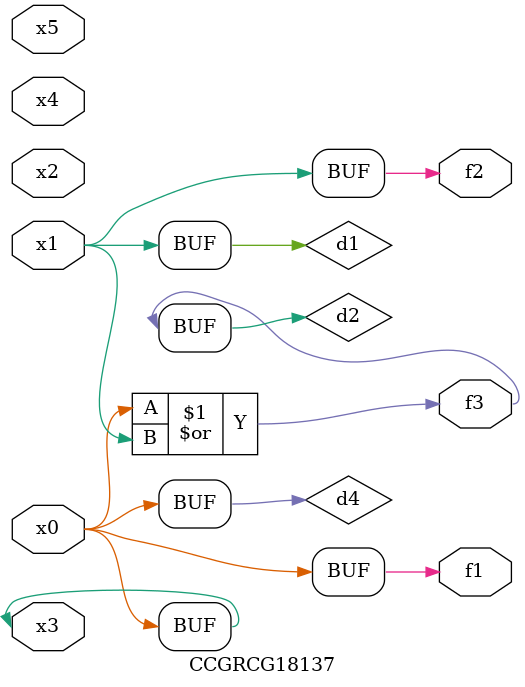
<source format=v>
module CCGRCG18137(
	input x0, x1, x2, x3, x4, x5,
	output f1, f2, f3
);

	wire d1, d2, d3, d4;

	and (d1, x1);
	or (d2, x0, x1);
	nand (d3, x0, x5);
	buf (d4, x0, x3);
	assign f1 = d4;
	assign f2 = d1;
	assign f3 = d2;
endmodule

</source>
